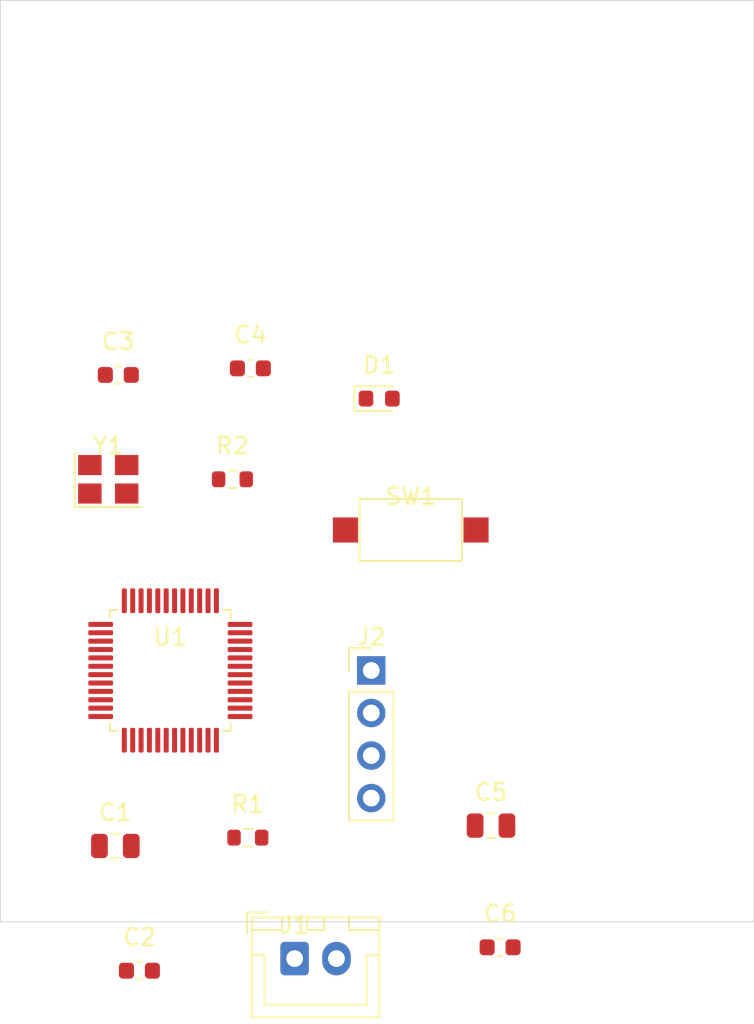
<source format=kicad_pcb>
(kicad_pcb (version 20241229) (generator "pcbnew") (generator_version "9.0")
  (layers (0 "F.Cu" signal) (2 "B.Cu" signal) (13 "F.Paste" user) (15 "B.Paste" user) (5 "F.SilkS" user "F.Silkscreen") (7 "B.SilkS" user "B.Silkscreen") (1 "F.Mask" user) (3 "B.Mask" user) (25 "Edge.Cuts" user))
  (net 0 "")
  (net 1 "VCC_3V3")
  (net 2 "GND")
  (net 3 "nRESET")
  (net 4 "N$1")
  (net 5 "N$2")
  (net 6 "LED_CONTROL")
  (net 7 "SWDIO")
  (net 8 "SWCLK")
  (net 9 "N$3")
  (footprint "LED_SMD:LED_0603_1608Metric" (layer "F.Cu") (at 22.621270732937994 23.769785063440995)
    (property "Reference" "D1" (at 0 -2 0) (layer "F.SilkS") (effects (font (size 1.0 1.0))))
    (property "Value" "")
    (fp_line (start -1.485 -0.735) (end -1.485 0.735) (stroke (width 0.12)) (layer "F.SilkS"))
    (fp_line (start -1.485 0.735) (end 0.8 0.735) (stroke (width 0.12)) (layer "F.SilkS"))
    (fp_line (start 0.8 -0.735) (end -1.485 -0.735) (stroke (width 0.12)) (layer "F.SilkS"))
    (pad "1" smd roundrect (at -0.7875 0.0) (size 0.875 0.95) (layers "F.Cu" "F.Mask" "F.Paste") (net 2 "GND"))
    (pad "2" smd roundrect (at 0.7875 0.0) (size 0.875 0.95) (layers "F.Cu" "F.Mask" "F.Paste") (net 9 "N$3"))
  )
  (footprint "Resistor_SMD:R_0603_1608Metric" (layer "F.Cu") (at 13.858203932499364 28.587321804458156)
    (property "Reference" "R2" (at 0 -2 0) (layer "F.SilkS") (effects (font (size 1.0 1.0))))
    (property "Value" "220")
    (fp_line (start -0.237258 -0.5225) (end 0.237258 -0.5225) (stroke (width 0.12)) (layer "F.SilkS"))
    (fp_line (start -0.237258 0.5225) (end 0.237258 0.5225) (stroke (width 0.12)) (layer "F.SilkS"))
    (pad "1" smd roundrect (at -0.825 0.0) (size 0.8 0.95) (layers "F.Cu" "F.Mask" "F.Paste") (net 6 "LED_CONTROL"))
    (pad "2" smd roundrect (at 0.825 0.0) (size 0.8 0.95) (layers "F.Cu" "F.Mask" "F.Paste") (net 9 "N$3"))
  )
  (footprint "Connector_JST:JST_XH_B2B-XH-A_1x02_P2.50mm_Vertical" (layer "F.Cu") (at 17.571900786544887 57.20005242617866)
    (property "Reference" "J1" (at 0 -2 0) (layer "F.SilkS") (effects (font (size 1.0 1.0))))
    (property "Value" "")
    (fp_line (start -2.85 -2.75) (end -2.85 -1.5) (stroke (width 0.12)) (layer "F.SilkS"))
    (fp_line (start -2.56 -2.46) (end -2.56 3.51) (stroke (width 0.12)) (layer "F.SilkS"))
    (fp_line (start -2.56 3.51) (end 5.06 3.51) (stroke (width 0.12)) (layer "F.SilkS"))
    (fp_line (start -2.55 -2.45) (end -2.55 -1.7) (stroke (width 0.12)) (layer "F.SilkS"))
    (fp_line (start -2.55 -1.7) (end -0.75 -1.7) (stroke (width 0.12)) (layer "F.SilkS"))
    (fp_line (start -2.55 -0.2) (end -1.8 -0.2) (stroke (width 0.12)) (layer "F.SilkS"))
    (fp_line (start -1.8 -0.2) (end -1.8 2.75) (stroke (width 0.12)) (layer "F.SilkS"))
    (fp_line (start -1.8 2.75) (end 1.25 2.75) (stroke (width 0.12)) (layer "F.SilkS"))
    (fp_line (start -1.6 -2.75) (end -2.85 -2.75) (stroke (width 0.12)) (layer "F.SilkS"))
    (fp_line (start -0.75 -2.45) (end -2.55 -2.45) (stroke (width 0.12)) (layer "F.SilkS"))
    (fp_line (start -0.75 -1.7) (end -0.75 -2.45) (stroke (width 0.12)) (layer "F.SilkS"))
    (fp_line (start 0.75 -2.45) (end 0.75 -1.7) (stroke (width 0.12)) (layer "F.SilkS"))
    (fp_line (start 0.75 -1.7) (end 1.75 -1.7) (stroke (width 0.12)) (layer "F.SilkS"))
    (fp_line (start 1.75 -2.45) (end 0.75 -2.45) (stroke (width 0.12)) (layer "F.SilkS"))
    (fp_line (start 1.75 -1.7) (end 1.75 -2.45) (stroke (width 0.12)) (layer "F.SilkS"))
    (fp_line (start 3.25 -2.45) (end 3.25 -1.7) (stroke (width 0.12)) (layer "F.SilkS"))
    (fp_line (start 3.25 -1.7) (end 5.05 -1.7) (stroke (width 0.12)) (layer "F.SilkS"))
    (fp_line (start 4.3 -0.2) (end 4.3 2.75) (stroke (width 0.12)) (layer "F.SilkS"))
    (fp_line (start 4.3 2.75) (end 1.25 2.75) (stroke (width 0.12)) (layer "F.SilkS"))
    (fp_line (start 5.05 -2.45) (end 3.25 -2.45) (stroke (width 0.12)) (layer "F.SilkS"))
    (fp_line (start 5.05 -1.7) (end 5.05 -2.45) (stroke (width 0.12)) (layer "F.SilkS"))
    (fp_line (start 5.05 -0.2) (end 4.3 -0.2) (stroke (width 0.12)) (layer "F.SilkS"))
    (fp_line (start 5.06 -2.46) (end -2.56 -2.46) (stroke (width 0.12)) (layer "F.SilkS"))
    (fp_line (start 5.06 3.51) (end 5.06 -2.46) (stroke (width 0.12)) (layer "F.SilkS"))
    (pad "1" thru_hole roundrect (size 1.7 2.0) (layers "*.Cu" "*.Mask") (drill 1.0) (roundrect_rratio 0.147059) (net 1 "VCC_3V3"))
    (pad "2" thru_hole oval (at 2.5 0.0) (size 1.7 2.0) (layers "*.Cu" "*.Mask") (drill 1.0) (net 2 "GND"))
  )
  (footprint "Capacitor_SMD:C_0805_2012Metric" (layer "F.Cu") (at 6.864686636576991 50.47632545446213)
    (property "Reference" "C1" (at 0 -2 0) (layer "F.SilkS") (effects (font (size 1.0 1.0))))
    (property "Value" "10uF")
    (fp_line (start -0.261252 -0.735) (end 0.261252 -0.735) (stroke (width 0.12)) (layer "F.SilkS"))
    (fp_line (start -0.261252 0.735) (end 0.261252 0.735) (stroke (width 0.12)) (layer "F.SilkS"))
    (pad "1" smd roundrect (at -0.95 0.0) (size 1.0 1.45) (layers "F.Cu" "F.Mask" "F.Paste") (net 1 "VCC_3V3"))
    (pad "2" smd roundrect (at 0.95 0.0) (size 1.0 1.45) (layers "F.Cu" "F.Mask" "F.Paste") (net 2 "GND"))
  )
  (footprint "Capacitor_SMD:C_0603_1608Metric" (layer "F.Cu") (at 8.302898523683004 57.923633878397965)
    (property "Reference" "C2" (at 0 -2 0) (layer "F.SilkS") (effects (font (size 1.0 1.0))))
    (property "Value" "100nF")
    (fp_line (start -0.14058 -0.51) (end 0.14058 -0.51) (stroke (width 0.12)) (layer "F.SilkS"))
    (fp_line (start -0.14058 0.51) (end 0.14058 0.51) (stroke (width 0.12)) (layer "F.SilkS"))
    (pad "1" smd roundrect (at -0.775 0.0) (size 0.9 0.95) (layers "F.Cu" "F.Mask" "F.Paste") (net 1 "VCC_3V3"))
    (pad "2" smd roundrect (at 0.775 0.0) (size 0.9 0.95) (layers "F.Cu" "F.Mask" "F.Paste") (net 2 "GND"))
  )
  (footprint "Connector_PinHeader_2.54mm:PinHeader_1x04_P2.54mm_Vertical" (layer "F.Cu") (at 22.15 40.0)
    (property "Reference" "J2" (at 0 -2 0) (layer "F.SilkS") (effects (font (size 1.0 1.0))))
    (property "Value" "")
    (fp_line (start -1.33 -1.33) (end 0.0 -1.33) (stroke (width 0.12)) (layer "F.SilkS"))
    (fp_line (start -1.33 0.0) (end -1.33 -1.33) (stroke (width 0.12)) (layer "F.SilkS"))
    (fp_line (start -1.33 1.27) (end -1.33 8.95) (stroke (width 0.12)) (layer "F.SilkS"))
    (fp_line (start -1.33 1.27) (end 1.33 1.27) (stroke (width 0.12)) (layer "F.SilkS"))
    (fp_line (start -1.33 8.95) (end 1.33 8.95) (stroke (width 0.12)) (layer "F.SilkS"))
    (fp_line (start 1.33 1.27) (end 1.33 8.95) (stroke (width 0.12)) (layer "F.SilkS"))
    (pad "1" thru_hole rect (size 1.7 1.7) (layers "*.Cu" "*.Mask") (drill 1.0) (net 1 "VCC_3V3"))
    (pad "2" thru_hole oval (at 0.0 2.54) (size 1.7 1.7) (layers "*.Cu" "*.Mask") (drill 1.0) (net 2 "GND"))
    (pad "3" thru_hole oval (at 0.0 5.08) (size 1.7 1.7) (layers "*.Cu" "*.Mask") (drill 1.0) (net 7 "SWDIO"))
    (pad "4" thru_hole oval (at 0.0 7.62) (size 1.7 1.7) (layers "*.Cu" "*.Mask") (drill 1.0) (net 8 "SWCLK"))
  )
  (footprint "Package_QFP:LQFP-48_7x7mm_P0.5mm" (layer "F.Cu") (at 10.149999999999999 40.0)
    (property "Reference" "U1" (at 0 -2 0) (layer "F.SilkS") (effects (font (size 1.0 1.0))))
    (property "Value" "")
    (fp_line (start -3.61 -3.61) (end -3.61 -3.16) (stroke (width 0.12)) (layer "F.SilkS"))
    (fp_line (start -3.61 3.61) (end -3.61 3.16) (stroke (width 0.12)) (layer "F.SilkS"))
    (fp_line (start -3.16 -3.61) (end -3.61 -3.61) (stroke (width 0.12)) (layer "F.SilkS"))
    (fp_line (start -3.16 3.61) (end -3.61 3.61) (stroke (width 0.12)) (layer "F.SilkS"))
    (fp_line (start 3.16 -3.61) (end 3.61 -3.61) (stroke (width 0.12)) (layer "F.SilkS"))
    (fp_line (start 3.16 3.61) (end 3.61 3.61) (stroke (width 0.12)) (layer "F.SilkS"))
    (fp_line (start 3.61 -3.61) (end 3.61 -3.16) (stroke (width 0.12)) (layer "F.SilkS"))
    (fp_line (start 3.61 3.61) (end 3.61 3.16) (stroke (width 0.12)) (layer "F.SilkS"))
    (pad "1" smd roundrect (at -4.1625 -2.75) (size 1.475 0.3) (layers "F.Cu" "F.Paste" "F.Mask"))
    (pad "2" smd roundrect (at -4.1625 -2.25) (size 1.475 0.3) (layers "F.Cu" "F.Paste" "F.Mask"))
    (pad "3" smd roundrect (at -4.1625 -1.75) (size 1.475 0.3) (layers "F.Cu" "F.Paste" "F.Mask"))
    (pad "4" smd roundrect (at -4.1625 -1.25) (size 1.475 0.3) (layers "F.Cu" "F.Paste" "F.Mask"))
    (pad "5" smd roundrect (at -4.1625 -0.75) (size 1.475 0.3) (layers "F.Cu" "F.Paste" "F.Mask") (net 4 "N$1"))
    (pad "6" smd roundrect (at -4.1625 -0.25) (size 1.475 0.3) (layers "F.Cu" "F.Paste" "F.Mask") (net 5 "N$2"))
    (pad "7" smd roundrect (at -4.1625 0.25) (size 1.475 0.3) (layers "F.Cu" "F.Paste" "F.Mask") (net 3 "nRESET"))
    (pad "8" smd roundrect (at -4.1625 0.75) (size 1.475 0.3) (layers "F.Cu" "F.Paste" "F.Mask") (net 2 "GND"))
    (pad "9" smd roundrect (at -4.1625 1.25) (size 1.475 0.3) (layers "F.Cu" "F.Paste" "F.Mask") (net 1 "VCC_3V3"))
    (pad "10" smd roundrect (at -4.1625 1.75) (size 1.475 0.3) (layers "F.Cu" "F.Paste" "F.Mask"))
    (pad "11" smd roundrect (at -4.1625 2.25) (size 1.475 0.3) (layers "F.Cu" "F.Paste" "F.Mask"))
    (pad "12" smd roundrect (at -4.1625 2.75) (size 1.475 0.3) (layers "F.Cu" "F.Paste" "F.Mask"))
    (pad "13" smd roundrect (at -2.75 4.1625) (size 0.3 1.475) (layers "F.Cu" "F.Paste" "F.Mask"))
    (pad "14" smd roundrect (at -2.25 4.1625) (size 0.3 1.475) (layers "F.Cu" "F.Paste" "F.Mask"))
    (pad "15" smd roundrect (at -1.75 4.1625) (size 0.3 1.475) (layers "F.Cu" "F.Paste" "F.Mask") (net 6 "LED_CONTROL"))
    (pad "16" smd roundrect (at -1.25 4.1625) (size 0.3 1.475) (layers "F.Cu" "F.Paste" "F.Mask"))
    (pad "17" smd roundrect (at -0.75 4.1625) (size 0.3 1.475) (layers "F.Cu" "F.Paste" "F.Mask"))
    (pad "18" smd roundrect (at -0.25 4.1625) (size 0.3 1.475) (layers "F.Cu" "F.Paste" "F.Mask"))
    (pad "19" smd roundrect (at 0.25 4.1625) (size 0.3 1.475) (layers "F.Cu" "F.Paste" "F.Mask"))
    (pad "20" smd roundrect (at 0.75 4.1625) (size 0.3 1.475) (layers "F.Cu" "F.Paste" "F.Mask"))
    (pad "21" smd roundrect (at 1.25 4.1625) (size 0.3 1.475) (layers "F.Cu" "F.Paste" "F.Mask"))
    (pad "22" smd roundrect (at 1.75 4.1625) (size 0.3 1.475) (layers "F.Cu" "F.Paste" "F.Mask"))
    (pad "23" smd roundrect (at 2.25 4.1625) (size 0.3 1.475) (layers "F.Cu" "F.Paste" "F.Mask") (net 2 "GND"))
    (pad "24" smd roundrect (at 2.75 4.1625) (size 0.3 1.475) (layers "F.Cu" "F.Paste" "F.Mask") (net 1 "VCC_3V3"))
    (pad "25" smd roundrect (at 4.1625 2.75) (size 1.475 0.3) (layers "F.Cu" "F.Paste" "F.Mask"))
    (pad "26" smd roundrect (at 4.1625 2.25) (size 1.475 0.3) (layers "F.Cu" "F.Paste" "F.Mask"))
    (pad "27" smd roundrect (at 4.1625 1.75) (size 1.475 0.3) (layers "F.Cu" "F.Paste" "F.Mask"))
    (pad "28" smd roundrect (at 4.1625 1.25) (size 1.475 0.3) (layers "F.Cu" "F.Paste" "F.Mask"))
    (pad "29" smd roundrect (at 4.1625 0.75) (size 1.475 0.3) (layers "F.Cu" "F.Paste" "F.Mask"))
    (pad "30" smd roundrect (at 4.1625 0.25) (size 1.475 0.3) (layers "F.Cu" "F.Paste" "F.Mask"))
    (pad "31" smd roundrect (at 4.1625 -0.25) (size 1.475 0.3) (layers "F.Cu" "F.Paste" "F.Mask"))
    (pad "32" smd roundrect (at 4.1625 -0.75) (size 1.475 0.3) (layers "F.Cu" "F.Paste" "F.Mask"))
    (pad "33" smd roundrect (at 4.1625 -1.25) (size 1.475 0.3) (layers "F.Cu" "F.Paste" "F.Mask"))
    (pad "34" smd roundrect (at 4.1625 -1.75) (size 1.475 0.3) (layers "F.Cu" "F.Paste" "F.Mask") (net 7 "SWDIO"))
    (pad "35" smd roundrect (at 4.1625 -2.25) (size 1.475 0.3) (layers "F.Cu" "F.Paste" "F.Mask") (net 2 "GND"))
    (pad "36" smd roundrect (at 4.1625 -2.75) (size 1.475 0.3) (layers "F.Cu" "F.Paste" "F.Mask") (net 1 "VCC_3V3"))
    (pad "37" smd roundrect (at 2.75 -4.1625) (size 0.3 1.475) (layers "F.Cu" "F.Paste" "F.Mask") (net 8 "SWCLK"))
    (pad "38" smd roundrect (at 2.25 -4.1625) (size 0.3 1.475) (layers "F.Cu" "F.Paste" "F.Mask"))
    (pad "39" smd roundrect (at 1.75 -4.1625) (size 0.3 1.475) (layers "F.Cu" "F.Paste" "F.Mask"))
    (pad "40" smd roundrect (at 1.25 -4.1625) (size 0.3 1.475) (layers "F.Cu" "F.Paste" "F.Mask"))
    (pad "41" smd roundrect (at 0.75 -4.1625) (size 0.3 1.475) (layers "F.Cu" "F.Paste" "F.Mask"))
    (pad "42" smd roundrect (at 0.25 -4.1625) (size 0.3 1.475) (layers "F.Cu" "F.Paste" "F.Mask"))
    (pad "43" smd roundrect (at -0.25 -4.1625) (size 0.3 1.475) (layers "F.Cu" "F.Paste" "F.Mask"))
    (pad "44" smd roundrect (at -0.75 -4.1625) (size 0.3 1.475) (layers "F.Cu" "F.Paste" "F.Mask"))
    (pad "45" smd roundrect (at -1.25 -4.1625) (size 0.3 1.475) (layers "F.Cu" "F.Paste" "F.Mask"))
    (pad "46" smd roundrect (at -1.75 -4.1625) (size 0.3 1.475) (layers "F.Cu" "F.Paste" "F.Mask"))
    (pad "47" smd roundrect (at -2.25 -4.1625) (size 0.3 1.475) (layers "F.Cu" "F.Paste" "F.Mask") (net 2 "GND"))
    (pad "48" smd roundrect (at -2.75 -4.1625) (size 0.3 1.475) (layers "F.Cu" "F.Paste" "F.Mask") (net 1 "VCC_3V3"))
  )
  (footprint "Crystal:Crystal_SMD_3225-4Pin_3.2x2.5mm" (layer "F.Cu") (at 6.441796067500627 28.587321804458156)
    (property "Reference" "Y1" (at 0 -2 0) (layer "F.SilkS") (effects (font (size 1.0 1.0))))
    (property "Value" "8MHz")
    (fp_line (start -2.0 -1.65) (end -2.0 1.65) (stroke (width 0.12)) (layer "F.SilkS"))
    (fp_line (start -2.0 1.65) (end 2.0 1.65) (stroke (width 0.12)) (layer "F.SilkS"))
    (pad "1" smd rect (at -1.1 0.85) (size 1.4 1.2) (layers "F.Cu" "F.Mask" "F.Paste") (net 4 "N$1"))
    (pad "2" smd rect (at 1.1 0.85) (size 1.4 1.2) (layers "F.Cu" "F.Mask" "F.Paste") (net 5 "N$2"))
    (pad "3" smd rect (at 1.1 -0.85) (size 1.4 1.2) (layers "F.Cu" "F.Mask" "F.Paste"))
    (pad "4" smd rect (at -1.1 -0.85) (size 1.4 1.2) (layers "F.Cu" "F.Mask" "F.Paste"))
  )
  (footprint "Capacitor_SMD:C_0603_1608Metric" (layer "F.Cu") (at 7.041556474538462 22.3593981578098)
    (property "Reference" "C3" (at 0 -2 0) (layer "F.SilkS") (effects (font (size 1.0 1.0))))
    (property "Value" "18pF")
    (fp_line (start -0.14058 -0.51) (end 0.14058 -0.51) (stroke (width 0.12)) (layer "F.SilkS"))
    (fp_line (start -0.14058 0.51) (end 0.14058 0.51) (stroke (width 0.12)) (layer "F.SilkS"))
    (pad "1" smd roundrect (at -0.775 0.0) (size 0.9 0.95) (layers "F.Cu" "F.Mask" "F.Paste") (net 4 "N$1"))
    (pad "2" smd roundrect (at 0.775 0.0) (size 0.9 0.95) (layers "F.Cu" "F.Mask" "F.Paste") (net 2 "GND"))
  )
  (footprint "Capacitor_SMD:C_0603_1608Metric" (layer "F.Cu") (at 14.93005930837229 21.965323456234742)
    (property "Reference" "C4" (at 0 -2 0) (layer "F.SilkS") (effects (font (size 1.0 1.0))))
    (property "Value" "18pF")
    (fp_line (start -0.14058 -0.51) (end 0.14058 -0.51) (stroke (width 0.12)) (layer "F.SilkS"))
    (fp_line (start -0.14058 0.51) (end 0.14058 0.51) (stroke (width 0.12)) (layer "F.SilkS"))
    (pad "1" smd roundrect (at -0.775 0.0) (size 0.9 0.95) (layers "F.Cu" "F.Mask" "F.Paste") (net 5 "N$2"))
    (pad "2" smd roundrect (at 0.775 0.0) (size 0.9 0.95) (layers "F.Cu" "F.Mask" "F.Paste") (net 2 "GND"))
  )
  (footprint "Capacitor_SMD:C_0805_2012Metric" (layer "F.Cu") (at 29.302898523683005 49.263379840553576)
    (property "Reference" "C5" (at 0 -2 0) (layer "F.SilkS") (effects (font (size 1.0 1.0))))
    (property "Value" "10uF")
    (fp_line (start -0.261252 -0.735) (end 0.261252 -0.735) (stroke (width 0.12)) (layer "F.SilkS"))
    (fp_line (start -0.261252 0.735) (end 0.261252 0.735) (stroke (width 0.12)) (layer "F.SilkS"))
    (pad "1" smd roundrect (at -0.95 0.0) (size 1.0 1.45) (layers "F.Cu" "F.Mask" "F.Paste") (net 1 "VCC_3V3"))
    (pad "2" smd roundrect (at 0.95 0.0) (size 1.0 1.45) (layers "F.Cu" "F.Mask" "F.Paste") (net 2 "GND"))
  )
  (footprint "Capacitor_SMD:C_0603_1608Metric" (layer "F.Cu") (at 29.844717196411175 56.527227836386324)
    (property "Reference" "C6" (at 0 -2 0) (layer "F.SilkS") (effects (font (size 1.0 1.0))))
    (property "Value" "100nF")
    (fp_line (start -0.14058 -0.51) (end 0.14058 -0.51) (stroke (width 0.12)) (layer "F.SilkS"))
    (fp_line (start -0.14058 0.51) (end 0.14058 0.51) (stroke (width 0.12)) (layer "F.SilkS"))
    (pad "1" smd roundrect (at -0.775 0.0) (size 0.9 0.95) (layers "F.Cu" "F.Mask" "F.Paste") (net 1 "VCC_3V3"))
    (pad "2" smd roundrect (at 0.775 0.0) (size 0.9 0.95) (layers "F.Cu" "F.Mask" "F.Paste") (net 2 "GND"))
  )
  (footprint "Button_Switch_SMD:SW_SPST_CK_RS282G05A3" (layer "F.Cu") (at 24.508303512106004 31.613526783548256)
    (property "Reference" "SW1" (at 0 -2 0) (layer "F.SilkS") (effects (font (size 1.0 1.0))))
    (property "Value" "")
    (fp_line (start -3.06 -1.85) (end 3.06 -1.85) (stroke (width 0.12)) (layer "F.SilkS"))
    (fp_line (start -3.06 1.85) (end -3.06 -1.85) (stroke (width 0.12)) (layer "F.SilkS"))
    (fp_line (start 3.06 -1.85) (end 3.06 1.85) (stroke (width 0.12)) (layer "F.SilkS"))
    (fp_line (start 3.06 1.85) (end -3.06 1.85) (stroke (width 0.12)) (layer "F.SilkS"))
    (pad "1" smd rect (at -3.9 0.0) (size 1.5 1.5) (layers "F.Cu" "F.Mask" "F.Paste") (net 3 "nRESET"))
    (pad "2" smd rect (at 3.9 0.0) (size 1.5 1.5) (layers "F.Cu" "F.Mask" "F.Paste") (net 2 "GND"))
  )
  (footprint "Resistor_SMD:R_0603_1608Metric" (layer "F.Cu") (at 14.777905195293133 49.98026728428272)
    (property "Reference" "R1" (at 0 -2 0) (layer "F.SilkS") (effects (font (size 1.0 1.0))))
    (property "Value" "10k")
    (fp_line (start -0.237258 -0.5225) (end 0.237258 -0.5225) (stroke (width 0.12)) (layer "F.SilkS"))
    (fp_line (start -0.237258 0.5225) (end 0.237258 0.5225) (stroke (width 0.12)) (layer "F.SilkS"))
    (pad "1" smd roundrect (at -0.825 0.0) (size 0.8 0.95) (layers "F.Cu" "F.Mask" "F.Paste") (net 1 "VCC_3V3"))
    (pad "2" smd roundrect (at 0.825 0.0) (size 0.8 0.95) (layers "F.Cu" "F.Mask" "F.Paste") (net 3 "nRESET"))
  )
  (gr_rect (start 0 0) (end 45.0 55.0) (stroke (width 0.05)) (fill no) (layer "Edge.Cuts"))
)
</source>
